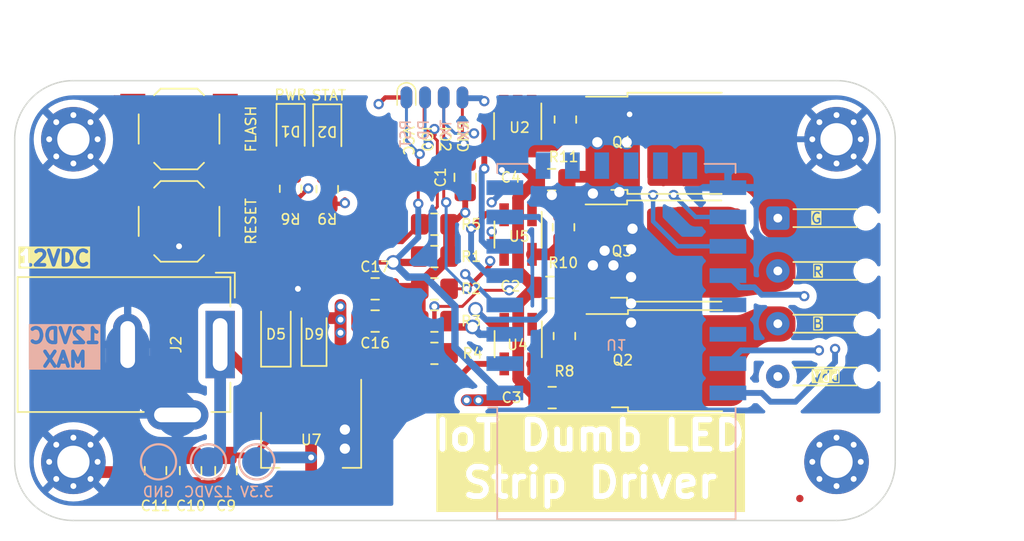
<source format=kicad_pcb>
(kicad_pcb (version 20221018) (generator pcbnew)
  (layers (0 "F.Cu" power) (1 "In1.Cu" power) (2 "In2.Cu" mixed) (31 "B.Cu" signal) (34 "B.Paste" user) (35 "F.Paste" user) (36 "B.SilkS" user "B.Silkscreen") (37 "F.SilkS" user "F.Silkscreen") (38 "B.Mask" user) (39 "F.Mask" user) (44 "Edge.Cuts" user))
  (net 0 "")
  (net 1 "+3.3V")
  (net 2 "Earth")
  (net 3 "VDD")
  (net 4 "Net-(D1-A)")
  (net 5 "Net-(D2-A)")
  (net 6 "/LED Driver/LED_R_GND")
  (net 7 "/LED Driver/LED_B_GND")
  (net 8 "/LED Driver/LED_G_GND")
  (net 9 "/GPIO0")
  (net 10 "GPIO2")
  (net 11 "/RX")
  (net 12 "/TX")
  (net 13 "EN")
  (net 14 "/~{RST}")
  (net 15 "GPIO15")
  (net 16 "Net-(U4-OUT)")
  (net 17 "Net-(U1-GPIO16)")
  (net 18 "Net-(U5-OUT)")
  (net 19 "Net-(U2-OUT)")
  (net 21 "/LED Driver/LED_B")
  (net 22 "/LED Driver/LED_R")
  (net 23 "/LED Driver/LED_G")
  (net 35 "/LED Driver/LED_R_G")
  (net 36 "/LED Driver/LED_G_G")
  (net 37 "/LED Driver/LED_B_G")
  (footprint "Connector_Wire:SolderWire-0.1sqmm_1x04_P3.6mm_D0.4mm_OD1mm_Relief" (layer "F.Cu") (at 162 70.2 90)
    (fp_text reference "D3" hide)
    (fp_text value "LED_RBGA" hide)
  )
  (footprint "Resistor_SMD:R_0805_2012Metric_Pad1.20x1.40mm_HandSolder" (layer "F.Cu") (at 138.6 64.2)
    (fp_text reference "R2")
    (fp_text value "10k" hide)
  )
  (footprint "Fiducial:Fiducial_0.5mm_Mask1mm" (layer "F.Cu") (at 163.5 78.5)
    (fp_text reference "FID1" hide)
    (fp_text value "Fiducial" hide)
  )
  (footprint "Capacitor_SMD:C_0805_2012Metric_Pad1.18x1.45mm_HandSolder" (layer "F.Cu") (at 146.6225 71.62)
    (fp_text reference "C3")
    (fp_text value "10uF" hide)
  )
  (footprint "MountingHole:MountingHole_2.2mm_M2_Pad_Via" (layer "F.Cu") (at 166 76)
    (fp_text reference "H2" hide)
    (fp_text value "MountingHole_Pad" hide)
  )
  (footprint "Capacitor_SMD:C_0805_2012Metric_Pad1.18x1.45mm_HandSolder" (layer "F.Cu") (at 121.99 76.6 -90)
    (fp_text reference "C10")
    (fp_text value "10uF" hide)
  )
  (footprint "Capacitor_SMD:C_0805_2012Metric_Pad1.18x1.45mm_HandSolder" (layer "F.Cu") (at 119.6 76.6 -90)
    (fp_text reference "C11")
    (fp_text value "10uF" hide)
  )
  (footprint "Resistor_SMD:R_0805_2012Metric_Pad1.20x1.40mm_HandSolder" (layer "F.Cu") (at 131.3 57.4 -90)
    (fp_text reference "R9")
    (fp_text value "1k" hide)
  )
  (footprint "Fiducial:Fiducial_0.5mm_Mask1mm" (layer "F.Cu") (at 116.5 78.5)
    (fp_text reference "FID3" hide)
    (fp_text value "Fiducial" hide)
  )
  (footprint "Resistor_SMD:R_0805_2012Metric_Pad1.20x1.40mm_HandSolder" (layer "F.Cu") (at 138.6 66.4)
    (fp_text reference "R3")
    (fp_text value "10k" hide)
  )
  (footprint "Resistor_SMD:R_0805_2012Metric_Pad1.20x1.40mm_HandSolder" (layer "F.Cu") (at 138.6 59.8)
    (fp_text reference "R5")
    (fp_text value "10k" hide)
  )
  (footprint "Capacitor_SMD:C_0805_2012Metric_Pad1.18x1.45mm_HandSolder" (layer "F.Cu") (at 140.7 56.6 90)
    (fp_text reference "C1")
    (fp_text value "10uF" hide)
  )
  (footprint "Connector_BarrelJack:BarrelJack_GCT_DCJ200-10-A_Horizontal" (layer "F.Cu") (at 124 68 -90)
    (fp_text reference "J2")
    (fp_text value "12V PWR" hide)
  )
  (footprint "Button_Switch_SMD:SW_SPST_TL3342" (layer "F.Cu") (at 121.2 53.3)
    (fp_text reference "SW2" hide)
    (fp_text value "FLASH")
  )
  (footprint "Package_TO_SOT_SMD:SOT-23-5_HandSoldering" (layer "F.Cu") (at 144.275 53.105 -90)
    (fp_text reference "U2")
    (fp_text value "MCP1416" hide)
  )
  (footprint "jmux-footprints:SOIC_clipProgESP8266" (layer "F.Cu") (at 138.6 50.4 180)
    (fp_text reference "J1" hide)
    (fp_text value "ProgConn-SOICBite" hide)
  )
  (footprint "MountingHole:MountingHole_2.2mm_M2_Pad_Via" (layer "F.Cu") (at 114 54)
    (fp_text reference "H1" hide)
    (fp_text value "MountingHole_Pad" hide)
  )
  (footprint "Capacitor_SMD:C_0805_2012Metric_Pad1.18x1.45mm_HandSolder" (layer "F.Cu") (at 124.4 76.6 -90)
    (fp_text reference "C9")
    (fp_text value "10uF" hide)
  )
  (footprint "Resistor_SMD:R_0805_2012Metric_Pad1.20x1.40mm_HandSolder" (layer "F.Cu") (at 128.8 57.375 -90)
    (fp_text reference "R6")
    (fp_text value "1k" hide)
  )
  (footprint "Diode_SMD:D_SOD-323_HandSoldering" (layer "F.Cu") (at 130.4 67.45 90)
    (fp_text reference "D9")
    (fp_text value "1N5819WS" hide)
  )
  (footprint "Package_TO_SOT_SMD:SOT-223-3_TabPin2" (layer "F.Cu") (at 130.2 74.5 -90)
    (fp_text reference "U7")
    (fp_text value "AMS1117-3.3" hide)
  )
  (footprint "Resistor_SMD:R_0805_2012Metric_Pad1.20x1.40mm_HandSolder" (layer "F.Cu") (at 138.6 62 180)
    (fp_text reference "R1")
    (fp_text value "10k" hide)
  )
  (footprint "Capacitor_SMD:C_0805_2012Metric_Pad1.18x1.45mm_HandSolder" (layer "F.Cu") (at 134.5625 66.4 180)
    (fp_text reference "C16")
    (fp_text value "100nF" hide)
  )
  (footprint "Capacitor_SMD:C_0805_2012Metric_Pad1.18x1.45mm_HandSolder" (layer "F.Cu") (at 134.5625 64.2 180)
    (fp_text reference "C17")
    (fp_text value "10uF" hide)
  )
  (footprint "Resistor_SMD:R_0805_2012Metric_Pad1.20x1.40mm_HandSolder" (layer "F.Cu") (at 147.525 52.655 90)
    (fp_text reference "R11")
    (fp_text value "100" hide)
  )
  (footprint "Fiducial:Fiducial_0.5mm_Mask1mm" (layer "F.Cu") (at 163.5 51.5)
    (fp_text reference "FID2" hide)
    (fp_text value "Fiducial" hide)
  )
  (footprint "Resistor_SMD:R_0805_2012Metric_Pad1.20x1.40mm_HandSolder" (layer "F.Cu") (at 138.6 68.6)
    (fp_text reference "R4")
    (fp_text value "10k" hide)
  )
  (footprint "Package_TO_SOT_SMD:SOT-23-5_HandSoldering" (layer "F.Cu") (at 144.31 67.97 -90)
    (fp_text reference "U4")
    (fp_text value "MCP1416" hide)
  )
  (footprint "Capacitor_SMD:C_0805_2012Metric_Pad1.18x1.45mm_HandSolder" (layer "F.Cu") (at 146.5875 56.755)
    (fp_text reference "C4")
    (fp_text value "10uF" hide)
  )
  (footprint "LED_SMD:LED_0805_2012Metric_Pad1.15x1.40mm_HandSolder" (layer "F.Cu") (at 131.3 53.475 -90)
    (fp_text reference "D2")
    (fp_text value "STAT")
  )
  (footprint "Diode_SMD:D_SMF" (layer "F.Cu") (at 127.8 67.15 90)
    (fp_text reference "D5")
    (fp_text value "SMF12A" hide)
  )
  (footprint "Button_Switch_SMD:SW_SPST_TL3342" (layer "F.Cu") (at 121.2 59.6 180)
    (fp_text reference "SW1" hide)
    (fp_text value "RESET")
  )
  (footprint "Resistor_SMD:R_0805_2012Metric_Pad1.20x1.40mm_HandSolder" (layer "F.Cu") (at 147.4 60 90)
    (fp_text reference "R10")
    (fp_text value "100" hide)
  )
  (footprint "Resistor_SMD:R_0805_2012Metric_Pad1.20x1.40mm_HandSolder" (layer "F.Cu") (at 147.46 67.42 90)
    (fp_text reference "R8")
    (fp_text value "100" hide)
  )
  (footprint "LED_SMD:LED_0805_2012Metric_Pad1.15x1.40mm_HandSolder" (layer "F.Cu") (at 128.8 53.45 -90)
    (fp_text reference "D1")
    (fp_text value "PWR")
  )
  (footprint "MountingHole:MountingHole_2.2mm_M2_Pad_Via" (layer "F.Cu") (at 114 76)
    (fp_text reference "H4" hide)
    (fp_text value "MountingHole_Pad" hide)
  )
  (footprint "Package_TO_SOT_SMD:SOT-23-5_HandSoldering" (layer "F.Cu") (at 144.3 60.5 -90)
    (fp_text reference "U5")
    (fp_text value "MCP1416" hide)
  )
  (footprint "Package_TO_SOT_SMD:TO-252-2" (layer "F.Cu") (at 155.065 54.275)
    (fp_text reference "Q1")
    (fp_text value "UMW30N06" hide)
  )
  (footprint "Package_TO_SOT_SMD:TO-252-2" (layer "F.Cu") (at 155.04 61.625)
    (fp_text reference "Q3")
    (fp_text value "UMW30N06" hide)
  )
  (footprint "MountingHole:MountingHole_2.2mm_M2_Pad_Via" (layer "F.Cu") (at 166 54)
    (fp_text reference "H3" hide)
    (fp_text value "MountingHole_Pad" hide)
  )
  (footprint "Package_TO_SOT_SMD:TO-252-2" (layer "F.Cu") (at 155.1 69.1)
    (fp_text reference "Q2")
    (fp_text value "UMW30N06" hide)
  )
  (footprint "Capacitor_SMD:C_0805_2012Metric_Pad1.18x1.45mm_HandSolder" (layer "F.Cu") (at 146.4625 64.1)
    (fp_text reference "C2")
    (fp_text value "10uF" hide)
  )
  (footprint "TestPoint:TestPoint_Pad_D2.0mm" (layer "B.Cu") (at 126.5 76 180)
    (fp_text reference "TP5" hide)
    (fp_text value "3.3V")
  )
  (footprint "TestPoint:TestPoint_Pad_D2.0mm" (layer "B.Cu") (at 119.8 76 180)
    (fp_text reference "TP6" hide)
    (fp_text value "GND")
  )
  (footprint "RF_Module:ESP-12E" (layer "B.Cu") (at 151 67.8)
    (fp_text reference "U1")
    (fp_text value "ESP-12F")
  )
  (footprint "TestPoint:TestPoint_Pad_D2.0mm" (layer "B.Cu") (at 123.2 76 180)
    (fp_text reference "TP3" hide)
    (fp_text value "12VDC")
  )
  (gr_arc (start 170 76) (mid 168.828427 78.828427) (end 166 80) (stroke (width 0.1)) (layer "Edge.Cuts"))
  (gr_line (start 114 50) (end 166 50) (stroke (width 0.1)) (layer "Edge.Cuts"))
  (gr_arc (start 114 80) (mid 111.171573 78.828427) (end 110 76) (stroke (width 0.1)) (layer "Edge.Cuts"))
  (gr_line (start 170 54) (end 170 76) (stroke (width 0.1)) (layer "Edge.Cuts"))
  (gr_arc (start 166 50) (mid 168.828427 51.171573) (end 170 54) (stroke (width 0.1)) (layer "Edge.Cuts"))
  (gr_line (start 166 80) (end 114 80) (stroke (width 0.1)) (layer "Edge.Cuts"))
  (gr_line (start 110 76) (end 110 54) (stroke (width 0.1)) (layer "Edge.Cuts"))
  (gr_arc (start 110 54) (mid 111.171573 51.171573) (end 114 50) (stroke (width 0.1)) (layer "Edge.Cuts"))
  (gr_text "12VDC\nMAX" (at 113.4 69.6) (layer "B.SilkS" knockout) (effects (font (size 1 1) (thickness 0.25) bold) (justify bottom mirror)))
  (gr_text "G" (at 164.2 59.8) (layer "F.SilkS" knockout) (effects (font (size 0.7 0.7) (thickness 0.11)) (justify left bottom)))
  (gr_text "B" (at 164.3 67) (layer "F.SilkS" knockout) (effects (font (size 0.7 0.7) (thickness 0.11)) (justify left bottom)))
  (gr_text "Vdd" (at 164.3 70.6) (layer "F.SilkS" knockout) (effects (font (size 0.7 0.7) (thickness 0.11)) (justify left bottom)))
  (gr_text locked "IoT Dumb LED\nStrip Driver" (at 149.2 78.6) (layer "F.SilkS" knockout) (effects (font (size 2 2) (thickness 0.4) bold) (justify bottom)))
  (gr_text "R" (at 164.3 63.4) (layer "F.SilkS" knockout) (effects (font (size 0.7 0.7) (thickness 0.11)) (justify left bottom)))
  (gr_text "12VDC" (at 112.7 62.7) (layer "F.SilkS" knockout) (effects (font (size 1 1) (thickness 0.25) bold) (justify bottom)))
  (segment (start 140.7 58.9) (end 140.7 58.9) (width 0.4) (layer "F.Cu") (net 1))
  (segment (start 135.6 68) (end 135.6 66.4) (width 0.8) (layer "F.Cu") (net 1))
  (segment (start 130.2 71.35) (end 130.2 75.7) (width 0.8) (layer "F.Cu") (net 1))
  (segment (start 132.2 67.2) (end 132.2 66.3) (width 0.8) (layer "F.Cu") (net 1))
  (segment (start 132.2 66.3) (end 132.2 65.3) (width 0.8) (layer "F.Cu") (net 1))
  (segment (start 134.7 68.9) (end 135.6 68) (width 0.8) (layer "F.Cu") (net 1))
  (segment (start 140.7 58.9) (end 140.7 59) (width 0.4) (layer "F.Cu") (net 1))
  (segment (start 139.6 62) (end 139.6 59.8) (width 0.8) (layer "F.Cu") (net 1))
  (segment (start 140.7 57.6375) (end 140.7 58.9) (width 0.4) (layer "F.Cu") (net 1))
  (segment (start 135.6 66.4) (end 137.6 66.4) (width 0.8) (layer "F.Cu") (net 1))
  (segment (start 136.695 51.15) (end 135.25 51.15) (width 0.3) (layer "F.Cu") (net 1))
  (segment (start 130.2 71.35) (end 130.2 70.9) (width 0.8) (layer "F.Cu") (net 1))
  (segment (start 135.25 51.15) (end 134.8 51.6) (width 0.3) (layer "F.Cu") (net 1))
  (segment (start 137.6 64) (end 139.6 62) (width 0.8) (layer "F.Cu") (net 1))
  (segment (start 135.6 64.2) (end 135.6 66.4) (width 0.8) (layer "F.Cu") (net 1))
  (segment (start 137.6 64.2) (end 135.6 64.2) (width 0.8) (layer "F.Cu") (net 1))
  (segment (start 128.8 58.375) (end 128.975 58.375) (width 0.3) (layer "F.Cu") (net 1))
  (segment (start 128.975 58.375) (end 130 57.35) (width 0.3) (layer "F.Cu") (net 1))
  (segment (start 140.6 59) (end 139.8 59.8) (width 0.4) (layer "F.Cu") (net 1))
  (segment (start 137.6 66.4) (end 137.6 64.2) (width 0.8) (layer "F.Cu") (net 1))
  (segment (start 130.2 75.7) (end 130.2 77.65) (width 0.8) (layer "F.Cu") (net 1))
  (segment (start 130.2 70.9) (end 132.2 68.9) (width 0.8) (layer "F.Cu") (net 1))
  (segment (start 132.2 66.2) (end 130.4 66.2) (width 0.8) (layer "F.Cu") (net 1))
  (segment (start 132.2 67.2) (end 132.2 66.2) (width 0.8) (layer "F.Cu") (net 1))
  (segment (start 137.6 64.2) (end 137.6 64) (width 0.8) (layer "F.Cu") (net 1))
  (segment (start 140.7 59) (end 140.6 59) (width 0.4) (layer "F.Cu") (net 1))
  (segment (start 139.8 59.8) (end 139.6 59.8) (width 0.4) (layer "F.Cu") (net 1))
  (segment (start 132.2 68.9) (end 134.7 68.9) (width 0.8) (layer "F.Cu") (net 1))
  (segment (start 132.2 68.9) (end 132.2 67.2) (width 0.8) (layer "F.Cu") (net 1))
  (via (at 132.2 67.2) (size 0.7) (drill 0.4) (layers "F.Cu" "B.Cu") (net 1))
  (via (at 132.2 65.4) (size 0.7) (drill 0.4) (layers "F.Cu" "B.Cu") (net 1))
  (via (at 140.7 59) (size 0.7) (drill 0.4) (layers "F.Cu" "B.Cu") (net 1))
  (via (at 142.5 58.3) (size 0.7) (drill 0.4) (layers "F.Cu" "B.Cu") (net 1))
  (via (at 130.2 75.7) (size 0.7) (drill 0.4) (layers "F.Cu" "B.Cu") (net 1))
  (via (at 132.2 66.3) (size 0.7) (drill 0.4) (layers "F.Cu" "B.Cu") (net 1))
  (via (at 130 57.35) (size 0.7) (drill 0.4) (layers "F.Cu" "B.Cu") (net 1))
  (via (at 134.8 51.6) (size 0.7) (drill 0.4) (layers "F.Cu" "B.Cu") (net 1))
  (segment (start 126.8 75.7) (end 130.2 75.7) (width 0.8) (layer "B.Cu") (net 1))
  (segment (start 143.4 57.3) (end 143.4 57.4) (width 0.4) (layer "B.Cu") (net 1))
  (segment (start 143.4 57.4) (end 142.5 58.3) (width 0.4) (layer "B.Cu") (net 1))
  (segment (start 126.5 76) (end 126.8 75.7) (width 0.8) (layer "B.Cu") (net 1))
  (segment (start 124.35 51.2) (end 125.575 52.425) (width 0.4) (layer "F.Cu") (net 2))
  (segment (start 132.5 71.35) (end 132.5 73.8) (width 0.8) (layer "F.Cu") (net 2))
  (segment (start 141.18 69.32) (end 140.5 70) (width 0.4) (layer "F.Cu") (net 2))
  (segment (start 140.5 70) (end 139 70) (width 0.4) (layer "F.Cu") (net 2))
  (segment (start 143.325 54.455) (end 143.325 55.975) (width 0.4) (layer "F.Cu") (net 2))
  (segment (start 147.825 56.555) (end 147.625 56.755) (width 0.8) (layer "F.Cu") (net 2))
  (segment (start 133.525 64.2) (end 133.525 66.4) (width 0.8) (layer "F.Cu") (net 2))
  (segment (start 129.3 64.2) (end 133.525 64.2) (width 0.4) (layer "F.Cu") (net 2))
  (segment (start 124.35 61.3) (end 121.2 61.3) (width 0.3) (layer "F.Cu") (net 2))
  (segment (start 143.325 55.975) (end 143.2 56.1) (width 0.4) (layer "F.Cu") (net 2))
  (segment (start 150 63.905) (end 147.695 63.905) (width 0.8) (layer "F.Cu") (net 2))
  (segment (start 150.06 71.38) (end 147.9 71.38) (width 0.8) (layer "F.Cu") (net 2))
  (segment (start 140.7 55.5625) (end 140.7 54.4) (width 0.4) (layer "F.Cu") (net 2))
  (segment (start 116.8 51.2) (end 114 54) (width 0.4) (layer "F.Cu") (net 2))
  (segment (start 147.9 71.38) (end 147.66 71.62) (width 0.8) (layer "F.Cu") (net 2))
  (segment (start 125.575 52.425) (end 128.8 52.425) (width 0.4) (layer "F.Cu") (net 2))
  (segment (start 147.625 56.775) (end 146.6 57.8) (width 0.4) (layer "F.Cu") (net 2))
  (segment (start 140.505 54.205) (end 140.6 54.3) (width 0.2) (layer "F.Cu") (net 2))
  (segment (start 136.6 68.6) (end 133.85 71.35) (width 0.4) (layer "F.Cu") (net 2))
  (segment (start 121.2 61.3) (end 118.05 61.3) (width 0.3) (layer "F.Cu") (net 2))
  (segment (start 137.6 68.6) (end 136.6 68.6) (width 0.4) (layer "F.Cu") (net 2))
  (segment (start 140.505 51.15) (end 140.505 54.205) (width 0.2) (layer "F.Cu") (net 2))
  (segment (start 143.36 69.32) (end 141.18 69.32) (width 0.4) (layer "F.Cu") (net 2))
  (segment (start 143.35 61.85) (end 142.5 61) (width 0.3) (layer "F.Cu") (net 2))
  (segment (start 118.05 51.2) (end 124.35 51.2) (width 0.3) (layer "F.Cu") (net 2))
  (segment (start 131.275 52.425) (end 131.3 52.45) (width 0.3) (layer "F.Cu") (net 2))
  (segment (start 132.5 75.1) (end 132.5 75.2) (width 0.8) (layer "F.Cu") (net 2))
  (segment (start 139 70) (end 137.6 68.6) (width 0.4) (layer "F.Cu") (net 2))
  (segment (start 118.6625 76.7) (end 114.7 76.7) (width 0.8) (layer "F.Cu") (net 2))
  (segment (start 119.6 77.6375) (end 118.6625 76.7) (width 0.8) (layer "F.Cu") (net 2))
  (segment (start 128.8 52.425) (end 131.275 52.425) (width 0.3) (layer "F.Cu") (net 2))
  (segment (start 147.695 63.905) (end 147.5 64.1) (width 0.8) (layer "F.Cu") (net 2))
  (segment (start 124.4 77.6375) (end 119.6 77.6375) (width 0.8) (layer "F.Cu") (net 2))
  (segment (start 140.7 54.4) (end 140.6 54.3) (width 0.4) (layer "F.Cu") (net 2))
  (segment (start 150.025 56.555) (end 147.825 56.555) (width 0.8) (layer "F.Cu") (net 2))
  (segment (start 142.5 61) (end 142.5 60.3) (width 0.3) (layer "F.Cu") (net 2))
  (segment (start 127.8 65.7) (end 129.3 64.2) (width 0.4) (layer "F.Cu") (net 2))
  (segment (start 147.625 56.755) (end 147.625 56.775) (width 0.4) (layer "F.Cu") (net 2))
  (segment (start 132.5 73.8) (end 132.5 75.1) (width 0.8) (layer "F.Cu") (net 2))
  (segment (start 118.05 51.2) (end 116.8 51.2) (width 0.4) (layer "F.Cu") (net 2))
  (segment (start 114.7 76.7) (end 114 76) (width 0.8) (layer "F.Cu") (net 2))
  (segment (start 133.85 71.35) (end 132.5 71.35) (width 0.4) (layer "F.Cu") (net 2))
  (via (at 152 61.5) (size 1) (drill 0.7) (layers "F.Cu" "B.Cu") (net 2))
  (via (at 149.4 62.6) (size 1) (drill 0.7) (layers "F.Cu" "B.Cu") (net 2))
  (via (at 150.2 61.6) (size 1) (drill 0.7) (layers "F.Cu" "B.Cu") (net 2))
  (via (at 152 63.4) (size 1) (drill 0.7) (layers "F.Cu" "B.Cu") (net 2))
  (via (at 152.1 60.1) (size 1) (drill 0.7) (layers "F.Cu" "B.Cu") (net 2))
  (via (at 150.8 62.6) (size 1) (drill 0.7) (layers "F.Cu" "B.Cu") (net 2))
  (via (at 151.9 52.3) (size 0.762) (drill 0.381) (layers "F.Cu" "B.Cu") (net 2))
  (via (at 140.6 54.3) (size 0.7) (drill 0.4) (layers "F.Cu" "B.Cu") (net 2))
  (via (at 142.5 60.3) (size 0.7) (drill 0.4) (layers "F.Cu" "B.Cu") (net 2))
  (via (at 151.7 54.2) (size 1) (drill 0.7) (layers "F.Cu" "B.Cu") (net 2))
  (via (at 121.2 61.3) (size 0.7) (drill 0.4) (layers "F.Cu" "B.Cu") (net 2))
  (via (at 152 65.2) (size 1) (drill 0.7) (layers "F.Cu" "B.Cu") (net 2))
  (via (at 132.5 75.1) (size 1) (drill 0.7) (layers "F.Cu" "B.Cu") (net 2))
  (via (at 129.3 64.2) (size 0.7) (drill 0.4) (layers "F.Cu" "B.Cu") (net 2))
  (via (at 152 66.5) (size 1) (drill 0.7) (layers "F.Cu" "B.Cu") (net 2))
  (via (at 146.6 57.8) (size 1) (drill 0.7) (layers "F.Cu" "B.Cu") (net 2))
  (via (at 143.2 56.1) (size 0.7) (drill 0.4) (layers "F.Cu" "B.Cu") (net 2))
  (via (at 149.4 57.7) (size 1) (drill 0.7) (layers "F.Cu" "B.Cu") (net 2))
  (via (at 149.7 54.2) (size 1) (drill 0.7) (layers "F.Cu" "B.Cu") (net 2))
  (via (at 151.2 57.6) (size 1) (drill 0.7) (layers "F.Cu" "B.Cu") (net 2))
  (via (at 132.5 73.8) (size 1) (drill 0.7) (layers "F.Cu" "B.Cu") (net 2))
  (segment (start 117.7 68) (end 117.7 69.4) (width 3) (layer "B.Cu") (net 2))
  (segment (start 158.6 57.3) (end 158.6 56.4) (width 0.4) (layer "B.Cu") (net 2))
  (segment (start 158.6 56.4) (end 161 54) (width 0.4) (layer "B.Cu") (net 2))
  (segment (start 161 54) (end 164.35 54) (width 0.4) (layer "B.Cu") (net 2))
  (segment (start 117.7 69.4) (end 121.1 72.8) (width 3) (layer "B.Cu") (net 2))
  (segment (start 121.1 72.8) (end 121.1 74.7) (width 0.8) (layer "B.Cu") (net 2))
  (segment (start 121.1 74.7) (end 119.8 76) (width 0.8) (layer "B.Cu") (net 2))
  (segment (start 127.8 68.6) (end 126.2 70.2) (width 0.4) (layer "F.Cu") (net 3))
  (segment (start 124.4 75.5625) (end 119.6 75.5625) (width 0.8) (layer "F.Cu") (net 3))
  (segment (start 143.6 71.8) (end 141.6 71.8) (width 0.8) (layer "F.Cu") (net 3))
  (segment (start 144.275 51.755) (end 144.275 55.48) (width 0.8) (layer "F.Cu") (net 3))
  (segment (start 124.4 75.5625) (end 126.2375 75.5625) (width 0.4) (layer "F.Cu") (net 3))
  (segment (start 144.3 58.005) (end 145.55 56.755) (width 0.8) (layer "F.Cu") (net 3))
  (segment (start 141.6 71.8) (end 140.8 71.8) (width 0.8) (layer "F.Cu") (net 3))
  (segment (start 126.2375 75.5625) (end 127.9 73.9) (width 0.4) (layer "F.Cu") (net 3))
  (segment (start 130.4 68.7) (end 127.9 68.7) (width 0.8) (layer "F.Cu") (net 3))
  (segment (start 127.9 73.9) (end 127.9 71.35) (width 0.4) (layer "F.Cu") (net 3))
  (segment (start 127.9 68.7) (end 127.8 68.6) (width 0.8) (layer "F.Cu") (net 3))
  (segment (start 144.3 62.975) (end 145.425 64.1) (width 0.8) (layer "F.Cu") (net 3))
  (segment (start 144.3 59.15) (end 144.3 58.005) (width 0.8) (layer "F.Cu") (net 3))
  (segment (start 144.6825 70.7175) (end 143.6 71.8) (width 0.8) (layer "F.Cu") (net 3))
  (segment (start 144.31 70.345) (end 144.6825 70.7175) (width 0.8) (layer "F.Cu") (net 3))
  (segment (start 144.275 55.48) (end 145.55 56.755) (width 0.8) (layer "F.Cu") (net 3))
  (segment (start 144.31 66.62) (end 144.31 65.215) (width 0.8) (layer "F.Cu") (net 3))
  (segment (start 144.6825 70.7175) (end 145.585 71.62) (width 0.8) (layer "F.Cu") (net 3))
  (segment (start 144.31 66.62) (end 144.31 70.345) (width 0.8) (layer "F.Cu") (net 3))
  (segment (start 144.3 59.15) (end 144.3 62.975) (width 0.8) (layer "F.Cu") (net 3))
  (segment (start 127.35 71.35) (end 124 68) (width 0.8) (layer "F.Cu") (net 3))
  (segment (start 144.31 65.215) (end 145.425 64.1) (width 0.8) (layer "F.Cu") (net 3))
  (segment (start 127.9 71.35) (end 127.35 71.35) (width 0.8) (layer "F.Cu") (net 3))
  (via (at 141.6 71.8) (size 0.7) (drill 0.4) (layers "F.Cu" "B.Cu") (net 3))
  (via (at 140.8 71.8) (size 0.7) (drill 0.4) (layers "F.Cu" "B.Cu") (net 3))
  (segment (start 124 68) (end 124 75.2) (width 0.8) (layer "B.Cu") (net 3))
  (segment (start 124 75.2) (end 123.2 76) (width 0.8) (layer "B.Cu") (net 3))
  (segment (start 128.8 54.475) (end 128.8 56.375) (width 0.8) (layer "F.Cu") (net 4))
  (segment (start 131.3 54.5) (end 131.3 56.4) (width 0.8) (layer "F.Cu") (net 5))
  (segment (start 138.8 54.1) (end 138.8 57.5) (width 0.2) (layer "F.Cu") (net 9))
  (segment (start 138.8 58.6) (end 137.6 59.8) (width 0.2) (layer "F.Cu") (net 9))
  (segment (start 137.9 53.2) (end 138.5 53.8) (width 0.2) (layer "F.Cu") (net 9))
  (segment (start 138.5 53.8) (end 138.6 53.7) (width 0.3) (layer "F.Cu") (net 9))
  (segment (start 138.5 53.8) (end 138.8 54.1) (width 0.2) (layer "F.Cu") (net 9))
  (segment (start 118.05 55) (end 124.35 55) (width 0.3) (layer "F.Cu") (net 9))
  (segment (start 129.4 61) (end 136.4 61) (width 0.3) (layer "F.Cu") (net 9))
  (segment (start 124.35 55) (end 124.35 55.95) (width 0.3) (layer "F.Cu") (net 9))
  (segment (start 137.9 51.215) (end 137.9 53.2) (width 0.2) (layer "F.Cu") (net 9))
  (segment (start 136.4 61) (end 137.6 59.8) (width 0.3) (layer "F.Cu") (net 9))
  (segment (start 124.35 55.95) (end 129.4 61) (width 0.3) (layer "F.Cu") (net 9))
  (segment (start 137.965 51.15) (end 137.9 51.215) (width 0.2) (layer "F.Cu") (net 9))
  (segment (start 138.6 53.7) (end 138.6 53.3) (width 0.3) (layer "F.Cu") (net 9))
  (segment (start 138.8 57.5) (end 138.8 58.6) (width 0.2) (layer "F.Cu") (net 9))
  (via (at 138.6 53.3) (size 0.7) (drill 0.4) (layers "F.Cu" "B.Cu") (net 9))
  (via (at 163.8 64.7) (size 0.7) (drill 0.4) (layers "F.Cu" "B.Cu") (net 9))
  (segment (start 159.4 64.1) (end 160.1 64.1) (width 0.4) (layer "B.Cu") (net 9))
  (segment (start 163.7 64.6) (end 163.8 64.7) (width 0.4) (layer "B.Cu") (net 9))
  (segment (start 160.9 64.6) (end 163.7 64.6) (width 0.4) (layer "B.Cu") (net 9))
  (segment (start 160.1 64.1) (end 160.4 64.1) (width 0.4) (layer "B.Cu") (net 9))
  (segment (start 158.6 63.3) (end 159.4 64.1) (width 0.4) (layer "B.Cu") (net 9))
  (segment (start 160.4 64.1) (end 160.9 64.6) (width 0.4) (layer "B.Cu") (net 9))
  (segment (start 142.4 62.6) (end 142.4 62.3) (width 0.3) (layer "F.Cu") (net 10))
  (segment (start 139.235 58.135) (end 139.4 58.3) (width 0.2) (layer "F.Cu") (net 10))
  (segment (start 139.235 51.15) (end 139.235 58.135) (width 0.2) (layer "F.Cu") (net 10))
  (segment (start 140.8 64.2) (end 139.6 64.2) (width 0.2) (layer "F.Cu") (net 10))
  (segment (start 140.8 64.2) (end 142.4 62.6) (width 0.3) (layer "F.Cu") (net 10))
  (via (at 153.5 57.8) (size 0.7) (drill 0.4) (layers "F.Cu" "B.Cu") (net 10))
  (via (at 140.8 64.2) (size 0.7) (drill 0.4) (layers "F.Cu" "B.Cu") (net 10))
  (via (at 142.4 62.3) (size 0.7) (drill 0.4) (layers "F.Cu" "B.Cu") (net 10))
  (via (at 139.4 58.3) (size 0.7) (drill 0.4) (layers "F.Cu" "B.Cu") (net 10))
  (segment (start 158.6 61.3) (end 155.2 61.3) (width 0.3) (layer "B.Cu") (net 10))
  (segment (start 155.2 61.3) (end 153.7 59.8) (width 0.3) (layer "B.Cu") (net 10))
  (segment (start 140.8 64.2) (end 139.4 62.8) (width 0.2) (layer "B.Cu") (net 10))
  (segment (start 139.4 62.8) (end 139.4 58.3) (width 0.2) (layer "B.Cu") (net 10))
  (segment (start 153.7 59.8) (end 153.5 59.6) (width 0.3) (layer "B.Cu") (net 10))
  (segment (start 153.5 59.6) (end 153.5 57.8) (width 0.3) (layer "B.Cu") (net 10))
  (via (at 165.9 68.3) (size 0.7) (drill 0.4) (layers "F.Cu" "B.Cu") (net 11))
  (via (at 142 51.4) (size 0.7) (drill 0.4) (layers "F.Cu" "B.Cu") (net 11))
  (segment (start 141.8 51.2) (end 140.505 51.2) (width 0.4) (layer "B.Cu") (net 11))
  (segment (start 161.5 71.9) (end 160.9 71.3) (width 0.4) (layer "B.Cu") (net 11))
  (segment (start 163.2 71.9) (end 161.5 71.9) (width 0.4) (layer "B.Cu") (net 11))
  (segment (start 165.9 69.2) (end 163.2 71.9) (width 0.4) (layer "B.Cu") (net 11))
  (segment (start 165.9 68.3) (end 165.9 69.2) (width 0.4) (layer "B.Cu") (net 11))
  (segment (start 142 51.4) (end 141.8 51.2) (width 0.4) (layer "B.Cu") (net 11))
  (segment (start 160.9 71.3) (end 158.6 71.3) (width 0.4) (layer "B.Cu") (net 11))
  (via (at 141.3 53.6) (size 0.7) (drill 0.4) (layers "F.Cu" "B.Cu") (net 12))
  (via (at 164.8 68.4) (size 0.7) (drill 0.4) (layers "F.Cu" "B.Cu") (net 12))
  (segment (start 159.5 68.4) (end 159.7 68.4) (width 0.4) (layer "B.Cu") (net 12))
  (segment (start 140 53.6) (end 141.3 53.6) (width 0.2) (layer "B.Cu") (net 12))
  (segment (start 139.235 52.835) (end 140 53.6) (width 0.2) (layer "B.Cu") (net 12))
  (segment (start 139.235 51.15) (end 139.235 52.835) (width 0.2) (layer "B.Cu") (net 12))
  (segment (start 158.6 69.3) (end 159.5 68.4) (width 0.4) (layer "B.Cu") (net 12))
  (segment (start 159.7 68.4) (end 164.8 68.4) (width 0.4) (layer "B.Cu") (net 12))
  (segment (start 140 66.8) (end 139.6 66.4) (width 0.5) (layer "F.Cu") (net 13))
  (segment (start 141.2 66.8) (end 140 66.8) (width 0.5) (layer "F.Cu") (net 13))
  (via (at 138.2 54.4) (size 0.7) (drill 0.4) (layers "F.Cu" "B.Cu") (net 13))
  (via (at 141.2 66.8) (size 1) (drill 0.7) (layers "F.Cu" "B.Cu") (net 13))
  (segment (start 137.965 54.165) (end 138.2 54.4) (width 0.2) (layer "B.Cu") (net 13))
  (segment (start 143.4 67.3) (end 141.7 67.3) (width 0.5) (layer "B.Cu") (net 13))
  (segment (start 141.7 67.3) (end 141.2 66.8) (width 0.5) (layer "B.Cu") (net 13))
  (segment (start 137.965 51.15) (end 137.965 54.165) (width 0.2) (layer "B.Cu") (net 13))
  (segment (start 137.6 55) (end 137.5 55.1) (width 0.2) (layer "F.Cu") (net 14))
  (segment (start 135.8 62.4) (end 137.2 62.4) (width 0.5) (layer "F.Cu") (net 14))
  (segment (start 124.35 57.5) (end 129.25 62.4) (width 0.3) (layer "F.Cu") (net 14))
  (segment (start 129.25 62.4) (end 135.8 62.4) (width 0.3) (layer "F.Cu") (net 14))
  (segment (start 137.5 55.1) (end 137.5 58.4) (width 0.2) (layer "F.Cu") (net 14))
  (segment (start 118.05 57.5) (end 124.35 57.5) (width 0.3) (layer "F.Cu") (net 14))
  (segment (start 137.2 62.4) (end 137.6 62) (width 0.5) (layer "F.Cu") (net 14))
  (via (at 137.6 55) (size 0.7) (drill 0.4) (layers "F.Cu" "B.Cu") (net 14))
  (via (at 137.5 58.4) (size 0.7) (drill 0.4) (layers "F.Cu" "B.Cu") (net 14))
  (via (at 135.8 62.4) (size 1) (drill 0.7) (layers "F.Cu" "B.Cu") (net 14))
  (segment (start 137.5 60.7) (end 137.5 58.4) (width 0.4) (layer "B.Cu") (net 14))
  (segment (start 136.695 54.095) (end 136.695 51.15) (width 0.2) (layer "B.Cu") (net 14))
  (segment (start 136.8 63.4) (end 135.8 62.4) (width 0.5) (layer "B.Cu") (net 14))
  (segment (start 143.1 71.3) (end 140 68.2) (width 0.5) (layer "B.Cu") (net 14))
  (segment (start 138 63.4) (end 136.8 63.4) (width 0.5) (layer "B.Cu") (net 14))
  (segment (start 143.4 71.3) (end 143.1 71.3) (width 0.5) (layer "B.Cu") (net 14))
  (segment (start 135.8 62.4) (end 137.5 60.7) (width 0.4) (layer "B.Cu") (net 14))
  (segment (start 137.6 55) (end 136.695 54.095) (width 0.2) (layer "B.Cu") (net 14))
  (segment (start 140 65.4) (end 138 63.4) (width 0.5) (layer "B.Cu") (net 14))
  (segment (start 140 68.2) (end 140 65.4) (width 0.5) (layer "B.Cu") (net 14))
  (segment (start 138.6 67.6) (end 138.6 65.4) (width 0.3) (layer "F.Cu") (net 15))
  (segment (start 140.5 65.4) (end 138.6 65.4) (width 0.2) (layer "F.Cu") (net 15))
  (segment (start 139.6 68.6) (end 138.6 67.6) (width 0.3) (layer "F.Cu") (net 15))
  (segment (start 141.6 64.3) (end 140.5 65.4) (width 0.2) (layer "F.Cu") (net 15))
  (segment (start 143.7 64.3) (end 141.6 64.3) (width 0.2) (layer "F.Cu") (net 15))
  (via (at 138.6 65.4) (size 0.7) (drill 0.4) (layers "F.Cu" "B.Cu") (net 15))
  (via (at 154.9 57.8) (size 0.7) (drill 0.4) (layers "F.Cu" "B.Cu") (net 15))
  (via (at 143.7 64.3) (size 0.7) (drill 0.4) (layers "F.Cu" "B.Cu") (net 15))
  (segment (start 156.4 59.3) (end 154.9 57.8) (width 0.3) (layer "B.Cu") (net 15))
  (segment (start 158.6 59.3) (end 156.4 59.3) (width 0.3) (layer "B.Cu") (net 15))
  (segment (start 145.26 69.32) (end 146.56 69.32) (width 0.8) (layer "F.Cu") (net 16))
  (segment (start 146.56 69.32) (end 147.46 68.42) (width 0.8) (layer "F.Cu") (net 16))
  (segment (start 132.5 58.1) (end 132.45 58.15) (width 0.3) (layer "F.Cu") (net 17))
  (segment (start 132.45 58.4) (end 131.3 58.4) (width 0.3) (layer "F.Cu") (net 17))
  (via (at 140.7 63.2) (size 0.7) (drill 0.4) (layers "F.Cu" "B.Cu") (net 17))
  (via (at 132.5 58.35) (size 0.7) (drill 0.4) (layers "F.Cu" "B.Cu") (net 17))
  (segment (start 143.4 65.3) (end 142.8 65.3) (width 0.3) (layer "B.Cu") (net 17))
  (segment (start 142.8 65.3) (end 140.7 63.2) (width 0.3) (layer "B.Cu") (net 17))
  (segment (start 145.25 61.85) (end 146.55 61.85) (width 0.8) (layer "F.Cu") (net 18))
  (segment (start 146.55 61.85) (end 147.4 61) (width 0.8) (layer "F.Cu") (net 18))
  (segment (start 146.725 54.455) (end 147.525 53.655) (width 0.8) (layer "F.Cu") (net 19))
  (segment (start 145.225 54.455) (end 146.725 54.455) (width 0.8) (layer "F.Cu") (net 19))
  (segment (start 143.3 59.1) (end 143.35 59.15) (width 0.4) (layer "F.Cu") (net 21))
  (segment (start 142.1 59.1) (end 143.3 59.1) (width 0.4) (layer "F.Cu") (net 21))
  (segment (start 141.1 60.1) (end 142.1 59.1) (width 0.4) (layer "F.Cu") (net 21))
  (via (at 141.1 60.1) (size 0.7) (drill 0.4) (layers "F.Cu" "B.Cu") (net 21))
  (segment (start 141.1 60.1) (end 141.1 62.1) (width 0.4) (layer "B.Cu") (net 21))
  (segment (start 142.3 63.3) (end 143.4 63.3) (width 0.4) (layer "B.Cu") (net 21))
  (segment (start 141.1 62.1) (end 142.3 63.3) (width 0.4) (layer "B.Cu") (net 21))
  (segment (start 142 56) (end 142 53.08) (width 0.4) (layer "F.Cu") (net 22))
  (segment (start 142 53.08) (end 143.325 51.755) (width 0.4) (layer "F.Cu") (net 22))
  (via (at 142 56) (size 0.7) (drill 0.4) (layers "F.Cu" "B.Cu") (net 22))
  (segment (start 141.823 56.177) (end 142 56) (width 0.4) (layer "B.Cu") (net 22))
  (segment (start 142.2 61.3) (end 142.1 61.2) (width 0.4) (layer "B.Cu") (net 22))
  (segment (start 143.4 61.3) (end 142.2 61.3) (width 0.4) (layer "B.Cu") (net 22))
  (segment (start 142.1 61.2) (end 141.823 60.923) (width 0.4) (layer "B.Cu") (net 22))
  (segment (start 141.823 60.923) (end 141.823 59) (width 0.4) (layer "B.Cu") (net 22))
  (segment (start 141.823 59) (end 141.823 56.177) (width 0.4) (layer "B.Cu") (net 22))
  (segment (start 141.4 65.6) (end 142.42 66.62) (width 0.4) (layer "F.Cu") (net 23))
  (segment (start 142.42 66.62) (end 143.36 66.62) (width 0.4) (layer "F.Cu") (net 23))
  (via (at 141.4 65.6) (size 1) (drill 0.7) (layers "F.Cu" "B.Cu") (net 23))
  (segment (start 145.7 59.3) (end 143.4 59.3) (width 0.4) (layer "B.Cu") (net 23))
  (segment (start 146.1 65.7) (end 146.1 59.7) (width 0.4) (layer "B.Cu") (net 23))
  (segment (start 146.1 59.7) (end 145.7 59.3) (width 0.4) (layer "B.Cu") (net 23))
  (segment (start 145.5 66.3) (end 146.1 65.7) (width 0.4) (layer "B.Cu") (net 23))
  (segment (start 142.1 66.3) (end 145.5 66.3) (width 0.4) (layer "B.Cu") (net 23))
  (segment (start 141.4 65.6) (end 142.1 66.3) (width 0.4) (layer "B.Cu") (net 23))
  (segment (start 149.685 51.655) (end 150.025 51.995) (width 0.8) (layer "F.Cu") (net 35))
  (segment (start 147.525 51.655) (end 149.685 51.655) (width 0.8) (layer "F.Cu") (net 35))
  (segment (start 149.66 66.42) (end 150.06 66.82) (width 0.8) (layer "F.Cu") (net 36))
  (segment (start 147.46 66.42) (end 149.66 66.42) (width 0.8) (layer "F.Cu") (net 36))
  (segment (start 147.4 59) (end 149.655 59) (width 0.8) (layer "F.Cu") (net 37))
  (segment (start 149.655 59) (end 150 59.345) (width 0.8) (layer "F.Cu") (net 37))
  (zone (net 2) (net_name "Earth") (layer "F.Cu") (name "Antenna keepout") (priority 5) (connect_pads yes (clearance 0)) (min_thickness 0.25) (fill yes (thermal_gap 0.5) (thermal_bridge_width 0.5) (smoothing fillet) (radius 1))
    (polygon (pts (xy 152.6 52.9) (xy 152.6 51.2) (xy 151.4 51.2) (xy 151.4 52.9) (xy 148.9 52.9) (xy 148.9 57.9) (xy 151.4 57.9) (xy 151.4 61) (xy 148.7 61) (xy 148.7 64.7) (xy 151.4 64.7) (xy 151.4 68.8) (xy 148.8 68.8) (xy 148.8 72.1) (xy 152.6 72)))
  )
  (zone (net 7) (net_name "/LED Driver/LED_B_GND") (layer "F.Cu") (priority 3) (connect_pads yes (clearance 0.5)) (min_thickness 0.25) (fill yes (thermal_gap 0.5) (thermal_bridge_width 0.5) (smoothing fillet) (radius 1))
    (polygon (pts (xy 163.2 61.8) (xy 163.2 64.2) (xy 159.2 64.8) (xy 152.8 64.8) (xy 152.8 58.6) (xy 159.4 58.6) (xy 160 60.8)))
  )
  (zone (net 6) (net_name "/LED Driver/LED_R_GND") (layer "F.Cu") (priority 2) (connect_pads yes (clearance 0.5)) (min_thickness 0.25) (fill yes (thermal_gap 0.5) (thermal_bridge_width 0.5) (smoothing fillet) (radius 1))
    (polygon (pts (xy 161.4 51.4) (xy 162.2 51.8) (xy 163 57.8) (xy 163.4 58.2) (xy 163.4 60.8) (xy 161 60.8) (xy 160.4 58) (xy 159.4 57.2) (xy 153 57.2) (xy 153 51.2) (xy 160.8 51.2)))
  )
  (zone (net 8) (net_name "/LED Driver/LED_G_GND") (layer "F.Cu") (priority 4) (connect_pads yes (clearance 0.5)) (min_thickness 0.25) (fill yes (thermal_gap 0.5) (thermal_bridge_width 0.5) (smoothing fillet) (radius 1))
    (polygon (pts (xy 160.8 65.4) (xy 159.4 66) (xy 152.8 66) (xy 152.8 72.2) (xy 159.8 72.2) (xy 159.8 68.8) (xy 161.2 67.8) (xy 163.2 67.8) (xy 163.2 65.4)))
  )
  (zone (net 0) (net_name "") (layers "F.Cu" "In1.Cu" "In2.Cu" "B.Cu") (name "Antenna keepout") (connect_pads yes (clearance 0)) (min_thickness 0.25)
    (keepout (tracks not_allowed) (vias not_allowed) (pads allowed) (copperpour not_allowed) (footprints allowed))
    (fill (thermal_gap 0.5) (thermal_bridge_width 0.5))
    (polygon (pts (xy 138 72.7) (xy 135.8 72.9) (xy 134.5 74.7) (xy 134.5 80) (xy 170 80) (xy 170 72.7)))
  )
  (zone (net 2) (net_name "Earth") (layers "In1.Cu" "B.Cu") (name "gnd") (connect_pads thru_hole_only (clearance 0.5)) (min_thickness 0.25) (fill yes (thermal_gap 0.5) (thermal_bridge_width 0.5) (island_removal_mode 1) (island_area_min 10))
    (polygon (pts (xy 109 49) (xy 171 49) (xy 171 81) (xy 109 81)))
  )
)
</source>
